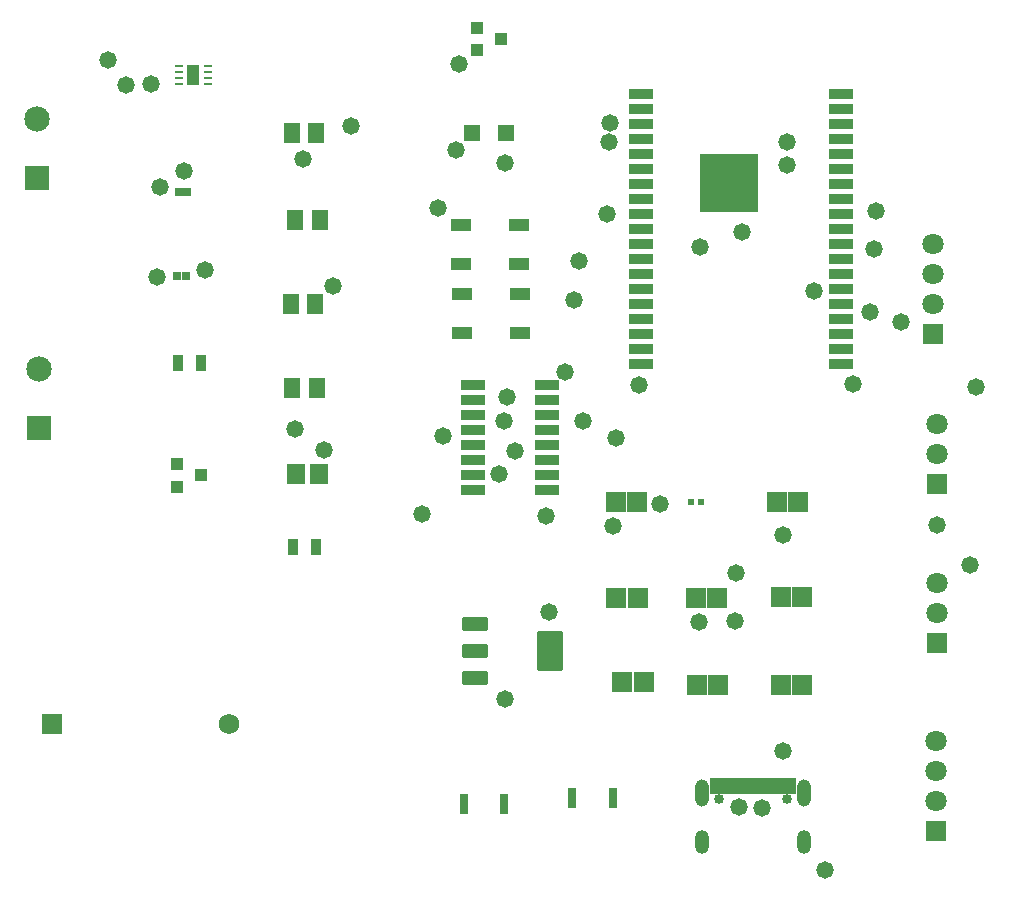
<source format=gts>
%TF.GenerationSoftware,Altium Limited,Altium Designer,22.4.2 (48)*%
G04 Layer_Color=8388736*
%FSLAX45Y45*%
%MOMM*%
%TF.SameCoordinates,2FA726A9-CE4F-4E86-892B-79CA134EB5E5*%
%TF.FilePolarity,Negative*%
%TF.FileFunction,Soldermask,Top*%
%TF.Part,Single*%
G01*
G75*
%TA.AperFunction,SMDPad,CuDef*%
%ADD12R,2.00000X0.90000*%
%ADD13R,5.00000X5.00000*%
%ADD18R,0.52000X0.52000*%
%ADD22R,0.95000X1.45000*%
%ADD26R,0.80000X1.70000*%
%ADD28R,1.00000X1.70000*%
%TA.AperFunction,ComponentPad*%
%ADD38C,1.75000*%
%ADD39R,1.75000X1.75000*%
%TA.AperFunction,NonConductor*%
%ADD48R,0.65000X0.25000*%
%TA.AperFunction,SMDPad,CuDef*%
%ADD49R,0.50320X1.35320*%
%ADD50R,1.70320X1.10320*%
%ADD51R,2.00320X0.84320*%
%ADD52R,1.70320X1.75320*%
%ADD53R,1.75320X1.75320*%
%ADD54R,1.45320X1.42320*%
G04:AMPARAMS|DCode=55|XSize=3.4532mm|YSize=2.2532mm|CornerRadius=0.15285mm|HoleSize=0mm|Usage=FLASHONLY|Rotation=90.000|XOffset=0mm|YOffset=0mm|HoleType=Round|Shape=RoundedRectangle|*
%AMROUNDEDRECTD55*
21,1,3.45320,1.94750,0,0,90.0*
21,1,3.14750,2.25320,0,0,90.0*
1,1,0.30570,0.97375,1.57375*
1,1,0.30570,0.97375,-1.57375*
1,1,0.30570,-0.97375,-1.57375*
1,1,0.30570,-0.97375,1.57375*
%
%ADD55ROUNDEDRECTD55*%
G04:AMPARAMS|DCode=56|XSize=1.2032mm|YSize=2.2532mm|CornerRadius=0.1516mm|HoleSize=0mm|Usage=FLASHONLY|Rotation=90.000|XOffset=0mm|YOffset=0mm|HoleType=Round|Shape=RoundedRectangle|*
%AMROUNDEDRECTD56*
21,1,1.20320,1.95000,0,0,90.0*
21,1,0.90000,2.25320,0,0,90.0*
1,1,0.30320,0.97500,0.45000*
1,1,0.30320,0.97500,-0.45000*
1,1,0.30320,-0.97500,-0.45000*
1,1,0.30320,-0.97500,0.45000*
%
%ADD56ROUNDEDRECTD56*%
%ADD57R,1.60320X1.75320*%
%ADD58R,1.10320X1.00320*%
%ADD59R,1.45320X1.75320*%
%ADD60R,0.70320X0.65320*%
%TA.AperFunction,ComponentPad*%
%ADD61C,1.80320*%
%ADD62R,1.80320X1.80320*%
%ADD63C,0.85320*%
G04:AMPARAMS|DCode=64|XSize=1.2032mm|YSize=2.0032mm|CornerRadius=0.6016mm|HoleSize=0mm|Usage=FLASHONLY|Rotation=0.000|XOffset=0mm|YOffset=0mm|HoleType=Round|Shape=RoundedRectangle|*
%AMROUNDEDRECTD64*
21,1,1.20320,0.80000,0,0,0.0*
21,1,0.00000,2.00320,0,0,0.0*
1,1,1.20320,0.00000,-0.40000*
1,1,1.20320,0.00000,-0.40000*
1,1,1.20320,0.00000,0.40000*
1,1,1.20320,0.00000,0.40000*
%
%ADD64ROUNDEDRECTD64*%
G04:AMPARAMS|DCode=65|XSize=1.2032mm|YSize=2.3032mm|CornerRadius=0.6016mm|HoleSize=0mm|Usage=FLASHONLY|Rotation=0.000|XOffset=0mm|YOffset=0mm|HoleType=Round|Shape=RoundedRectangle|*
%AMROUNDEDRECTD65*
21,1,1.20320,1.10000,0,0,0.0*
21,1,0.00000,2.30320,0,0,0.0*
1,1,1.20320,0.00000,-0.55000*
1,1,1.20320,0.00000,-0.55000*
1,1,1.20320,0.00000,0.55000*
1,1,1.20320,0.00000,0.55000*
%
%ADD65ROUNDEDRECTD65*%
%ADD66C,2.15320*%
%ADD67R,2.15320X2.15320*%
%TA.AperFunction,ViaPad*%
%ADD68C,1.47320*%
D12*
X11138800Y10351000D02*
D03*
Y10224000D02*
D03*
Y10097000D02*
D03*
Y9970000D02*
D03*
Y9843000D02*
D03*
Y9716000D02*
D03*
Y9589000D02*
D03*
Y9462000D02*
D03*
Y9335000D02*
D03*
Y9208000D02*
D03*
Y9081000D02*
D03*
Y8954000D02*
D03*
Y8827000D02*
D03*
Y8700000D02*
D03*
Y8573000D02*
D03*
Y8446000D02*
D03*
Y8319000D02*
D03*
Y8192000D02*
D03*
Y8065000D02*
D03*
X12838800D02*
D03*
Y8192000D02*
D03*
Y8319000D02*
D03*
Y8446000D02*
D03*
Y8573000D02*
D03*
Y8700000D02*
D03*
Y8827000D02*
D03*
Y8954000D02*
D03*
Y9081000D02*
D03*
Y9208000D02*
D03*
Y9335000D02*
D03*
Y9462000D02*
D03*
Y9589000D02*
D03*
Y9716000D02*
D03*
Y9843000D02*
D03*
Y9970000D02*
D03*
Y10097000D02*
D03*
Y10224000D02*
D03*
Y10351000D02*
D03*
D13*
X11888800Y9601000D02*
D03*
D18*
X11569700Y6896100D02*
D03*
X11649700D02*
D03*
D22*
X8394700Y6515100D02*
D03*
X8199700D02*
D03*
X7421300Y8077200D02*
D03*
X7226300D02*
D03*
D26*
X10561500Y4394200D02*
D03*
X10901500D02*
D03*
X9982200Y4343400D02*
D03*
X9642200D02*
D03*
D28*
X7353300Y10515600D02*
D03*
D38*
X7658100Y5016500D02*
D03*
D39*
X6158100D02*
D03*
D48*
X7475800Y10590600D02*
D03*
Y10540600D02*
D03*
Y10490600D02*
D03*
Y10440600D02*
D03*
X7230800D02*
D03*
Y10490600D02*
D03*
Y10540600D02*
D03*
Y10590600D02*
D03*
D49*
X12425400Y4494500D02*
D03*
X12345400D02*
D03*
X11865400D02*
D03*
X11785400D02*
D03*
X11755400D02*
D03*
X11835400D02*
D03*
X11915400D02*
D03*
X11965400D02*
D03*
X12015400D02*
D03*
X12065400D02*
D03*
X12115400D02*
D03*
X12165400D02*
D03*
X12215400D02*
D03*
X12265400D02*
D03*
X12315400D02*
D03*
X12395400D02*
D03*
D50*
X9626600Y8661200D02*
D03*
Y8331200D02*
D03*
X10116600D02*
D03*
Y8661200D02*
D03*
X10109200Y9245600D02*
D03*
Y8915600D02*
D03*
X9619200D02*
D03*
Y9245600D02*
D03*
D51*
X9722500Y7886700D02*
D03*
Y7759700D02*
D03*
Y7632700D02*
D03*
Y7505700D02*
D03*
Y7378700D02*
D03*
Y7251700D02*
D03*
Y7124700D02*
D03*
Y6997700D02*
D03*
X10343500D02*
D03*
Y7124700D02*
D03*
Y7251700D02*
D03*
Y7378700D02*
D03*
Y7505700D02*
D03*
Y7632700D02*
D03*
Y7759700D02*
D03*
Y7886700D02*
D03*
D52*
X10932500Y6896100D02*
D03*
X11112500D02*
D03*
X12509500Y5346700D02*
D03*
X12329500D02*
D03*
X11164400Y5372100D02*
D03*
X10984400D02*
D03*
X11113600Y6083300D02*
D03*
X10933600D02*
D03*
X11785600D02*
D03*
X11605600D02*
D03*
X12509500Y6096000D02*
D03*
X12329500D02*
D03*
D53*
X12290000Y6896100D02*
D03*
X12475000D02*
D03*
X11798300Y5346700D02*
D03*
X11613300D02*
D03*
D54*
X10002700Y10020300D02*
D03*
X9707700D02*
D03*
D55*
X10375900Y5638800D02*
D03*
D56*
X9740900Y5408800D02*
D03*
Y5638800D02*
D03*
Y5868800D02*
D03*
D57*
X8223500Y7137400D02*
D03*
X8413500D02*
D03*
D58*
X9755200Y10915400D02*
D03*
Y10725400D02*
D03*
X9955200Y10820400D02*
D03*
X7215200Y7219700D02*
D03*
Y7029700D02*
D03*
X7415200Y7124700D02*
D03*
D59*
X8190600Y7861300D02*
D03*
X8395600D02*
D03*
X8216900Y9283700D02*
D03*
X8421900D02*
D03*
X8189700Y10020300D02*
D03*
X8394700D02*
D03*
X8177900Y8572500D02*
D03*
X8382900D02*
D03*
D60*
X7214200Y8813800D02*
D03*
X7289200D02*
D03*
X7226900Y9525000D02*
D03*
X7301900D02*
D03*
D61*
X13639799Y4876800D02*
D03*
Y4622800D02*
D03*
Y4368800D02*
D03*
X13652499Y6210300D02*
D03*
Y5956300D02*
D03*
Y7556500D02*
D03*
Y7302500D02*
D03*
X13614400Y8572500D02*
D03*
Y8826500D02*
D03*
Y9080500D02*
D03*
D62*
X13639799Y4114800D02*
D03*
X13652499Y5702300D02*
D03*
Y7048500D02*
D03*
X13614400Y8318500D02*
D03*
D63*
X11801400Y4388000D02*
D03*
X12379400D02*
D03*
D64*
X12522400Y4020000D02*
D03*
X11658400D02*
D03*
D65*
X12522400Y4438000D02*
D03*
X11658400D02*
D03*
D66*
X6026702Y10143299D02*
D03*
X6045200Y8026400D02*
D03*
D67*
X6026702Y9643300D02*
D03*
X6045200Y7526401D02*
D03*
D68*
X13931900Y6362700D02*
D03*
X13652499Y6705600D02*
D03*
X10931108Y7438608D02*
D03*
X10655300Y7581900D02*
D03*
X11303000Y6883400D02*
D03*
X7454900Y8864600D02*
D03*
X7277100Y9702800D02*
D03*
X9994900Y9766300D02*
D03*
X13982700Y7874000D02*
D03*
X12941299Y7895540D02*
D03*
X13131799Y9359900D02*
D03*
X13119099Y9042400D02*
D03*
X10620849Y8940782D02*
D03*
X10007294Y7790181D02*
D03*
X9463234Y7454900D02*
D03*
X10074692Y7331492D02*
D03*
X10878820Y10104120D02*
D03*
X11645900Y9055100D02*
D03*
X11125200Y7886700D02*
D03*
X10579100Y8610600D02*
D03*
X13081000Y8509000D02*
D03*
X13347701Y8420100D02*
D03*
X10858500Y9334500D02*
D03*
X12382500Y9753600D02*
D03*
Y9944100D02*
D03*
X9982200Y7581900D02*
D03*
X9601200Y10604500D02*
D03*
X12700000Y3784600D02*
D03*
X9944100Y7137400D02*
D03*
X12166600Y4305300D02*
D03*
X11976100Y4318000D02*
D03*
X9575800Y9880600D02*
D03*
X9994900Y5232400D02*
D03*
X8216900Y7518400D02*
D03*
X8458200Y7340600D02*
D03*
X9290050Y6794500D02*
D03*
X10337800Y6781800D02*
D03*
X8534400Y8724900D02*
D03*
X10871200Y9944100D02*
D03*
X8280400Y9804400D02*
D03*
X12611100Y8686800D02*
D03*
X10502900Y8001000D02*
D03*
X10363200Y5969000D02*
D03*
X6629400Y10642600D02*
D03*
X8686800Y10083800D02*
D03*
X7048500Y8801100D02*
D03*
X6997700Y10439400D02*
D03*
X6781800Y10426700D02*
D03*
X7073900Y9563100D02*
D03*
X9423400Y9385300D02*
D03*
X10909300Y6692900D02*
D03*
X11938000Y5892800D02*
D03*
X12344400Y6616700D02*
D03*
X11633200Y5880100D02*
D03*
X11950700Y6299200D02*
D03*
X12001500Y9182100D02*
D03*
X12344400Y4787900D02*
D03*
%TF.MD5,e413b1a9796c7726cd79f55093fcebd3*%
M02*

</source>
